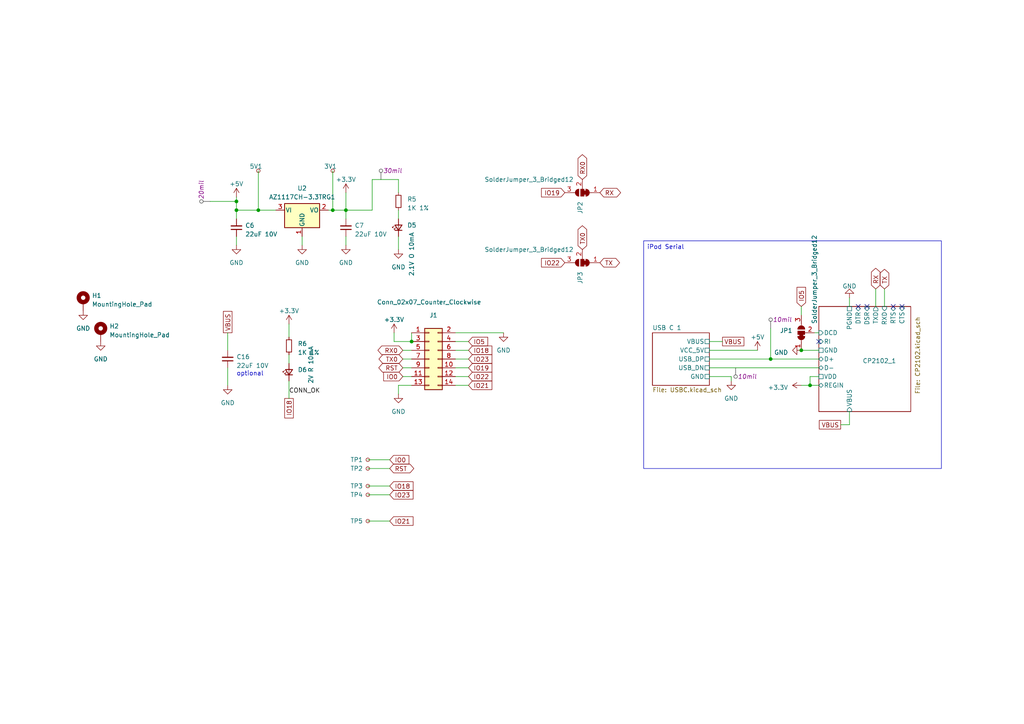
<source format=kicad_sch>
(kicad_sch (version 20230121) (generator eeschema)
  (paper "A4")
  (title_block (title "A1S Mini Board") (date "2025-03-01") (rev "0.2.0") (company "Martin Roger"))
  (lib_symbols
    (symbol "Connector:TestPoint_Small" (pin_numbers hide) (pin_names (offset 0.762) hide)
      (property "Reference" "TP" (at 0 3.81 0))
      (property "Value" "TestPoint_Small" (at 0 2.032 0))
      (symbol "TestPoint_Small_0_1"
        (circle (center 0 0) (radius 0.508))
      )
      (symbol "TestPoint_Small_1_1"
        (pin passive line (at 0 0 90) (length 0) (name "1") (number "1"))
      )
    )
    (symbol "Connector_Generic:Conn_02x07_Odd_Even" (pin_names (offset 1.016) hide)
      (property "Reference" "J" (at 1.27 10.16 0))
      (property "Value" "Conn_02x07_Odd_Even" (at 1.27 -10.16 0))
      (symbol "Conn_02x07_Odd_Even_1_1"
        (rectangle (start -1.27 -7.493) (end 0 -7.747) (stroke (width 0.1524)))
        (rectangle (start -1.27 -4.953) (end 0 -5.207) (stroke (width 0.1524)))
        (rectangle (start -1.27 -2.413) (end 0 -2.667) (stroke (width 0.1524)))
        (rectangle (start -1.27 0.127) (end 0 -0.127) (stroke (width 0.1524)))
        (rectangle (start -1.27 2.667) (end 0 2.413) (stroke (width 0.1524)))
        (rectangle (start -1.27 5.207) (end 0 4.953) (stroke (width 0.1524)))
        (rectangle (start -1.27 7.747) (end 0 7.493) (stroke (width 0.1524)))
        (rectangle (start -1.27 8.89) (end 3.81 -8.89) (stroke (width 0.254)) (fill (type background)))
        (rectangle (start 3.81 -7.493) (end 2.54 -7.747) (stroke (width 0.1524)))
        (rectangle (start 3.81 -4.953) (end 2.54 -5.207) (stroke (width 0.1524)))
        (rectangle (start 3.81 -2.413) (end 2.54 -2.667) (stroke (width 0.1524)))
        (rectangle (start 3.81 0.127) (end 2.54 -0.127) (stroke (width 0.1524)))
        (rectangle (start 3.81 2.667) (end 2.54 2.413) (stroke (width 0.1524)))
        (rectangle (start 3.81 5.207) (end 2.54 4.953) (stroke (width 0.1524)))
        (rectangle (start 3.81 7.747) (end 2.54 7.493) (stroke (width 0.1524)))
        (pin passive line (at -5.08 7.62 0) (length 3.81) (name "Pin_1") (number "1"))
        (pin passive line (at 7.62 -2.54 180) (length 3.81) (name "Pin_10") (number "10"))
        (pin passive line (at -5.08 -5.08 0) (length 3.81) (name "Pin_11") (number "11"))
        (pin passive line (at 7.62 -5.08 180) (length 3.81) (name "Pin_12") (number "12"))
        (pin passive line (at -5.08 -7.62 0) (length 3.81) (name "Pin_13") (number "13"))
        (pin passive line (at 7.62 -7.62 180) (length 3.81) (name "Pin_14") (number "14"))
        (pin passive line (at 7.62 7.62 180) (length 3.81) (name "Pin_2") (number "2"))
        (pin passive line (at -5.08 5.08 0) (length 3.81) (name "Pin_3") (number "3"))
        (pin passive line (at 7.62 5.08 180) (length 3.81) (name "Pin_4") (number "4"))
        (pin passive line (at -5.08 2.54 0) (length 3.81) (name "Pin_5") (number "5"))
        (pin passive line (at 7.62 2.54 180) (length 3.81) (name "Pin_6") (number "6"))
        (pin passive line (at -5.08 0 0) (length 3.81) (name "Pin_7") (number "7"))
        (pin passive line (at 7.62 0 180) (length 3.81) (name "Pin_8") (number "8"))
        (pin passive line (at -5.08 -2.54 0) (length 3.81) (name "Pin_9") (number "9"))
      )
    )
    (symbol "Device:C_Small" (pin_numbers hide) (pin_names (offset 0.254) hide)
      (property "Reference" "C" (at 0.254 1.778 0))
      (property "Value" "C_Small" (at 0.254 -2.032 0))
      (symbol "C_Small_0_1"
        (polyline (pts (xy -1.524 -0.508) (xy 1.524 -0.508)) (stroke (width 0.3302)))
        (polyline (pts (xy -1.524 0.508) (xy 1.524 0.508)) (stroke (width 0.3048)))
      )
      (symbol "C_Small_1_1"
        (pin passive line (at 0 2.54 270) (length 2.032) (name "~") (number "1"))
        (pin passive line (at 0 -2.54 90) (length 2.032) (name "~") (number "2"))
      )
    )
    (symbol "Device:LED_Small" (pin_numbers hide) (pin_names (offset 0.254) hide)
      (property "Reference" "D" (at -1.27 3.175 0))
      (property "Value" "LED_Small" (at -4.445 -2.54 0))
      (symbol "LED_Small_0_1"
        (polyline (pts (xy -0.762 -1.016) (xy -0.762 1.016)) (stroke (width 0.254)))
        (polyline (pts (xy 1.016 0) (xy -0.762 0)))
        (polyline (pts (xy 0.762 -1.016) (xy -0.762 0) (xy 0.762 1.016) (xy 0.762 -1.016)) (stroke (width 0.254)))
        (polyline (pts (xy 0 0.762) (xy -0.508 1.27) (xy -0.254 1.27) (xy -0.508 1.27) (xy -0.508 1.016)))
        (polyline (pts (xy 0.508 1.27) (xy 0 1.778) (xy 0.254 1.778) (xy 0 1.778) (xy 0 1.524)))
      )
      (symbol "LED_Small_1_1"
        (pin passive line (at -2.54 0 0) (length 1.778) (name "K") (number "1"))
        (pin passive line (at 2.54 0 180) (length 1.778) (name "A") (number "2"))
      )
    )
    (symbol "Device:R_Small" (pin_numbers hide) (pin_names (offset 0.254) hide)
      (property "Reference" "R" (at 0.762 0.508 0))
      (property "Value" "R_Small" (at 0.762 -1.016 0))
      (symbol "R_Small_0_1"
        (rectangle (start -0.762 1.778) (end 0.762 -1.778) (stroke (width 0.2032)))
      )
      (symbol "R_Small_1_1"
        (pin passive line (at 0 2.54 270) (length 0.762) (name "~") (number "1"))
        (pin passive line (at 0 -2.54 90) (length 0.762) (name "~") (number "2"))
      )
    )
    (symbol "Jumper:SolderJumper_3_Bridged12" (pin_names (offset 0) hide)
      (property "Reference" "JP" (at -2.54 -2.54 0))
      (property "Value" "SolderJumper_3_Bridged12" (at 0 2.794 0))
      (symbol "SolderJumper_3_Bridged12_0_1"
        (rectangle (start -1.016 0.508) (end -0.508 -0.508) (fill (type outline)))
        (arc (start -1.016 1.016) (mid -2.0276 0) (end -1.016 -1.016))
        (arc (start -1.016 1.016) (mid -2.0276 0) (end -1.016 -1.016) (fill (type outline)))
        (rectangle (start -0.508 1.016) (end 0.508 -1.016) (fill (type outline)))
        (polyline (pts (xy -2.54 0) (xy -2.032 0)))
        (polyline (pts (xy -1.016 1.016) (xy -1.016 -1.016)))
        (polyline (pts (xy 0 -1.27) (xy 0 -1.016)))
        (polyline (pts (xy 1.016 1.016) (xy 1.016 -1.016)))
        (polyline (pts (xy 2.54 0) (xy 2.032 0)))
        (arc (start 1.016 -1.016) (mid 2.0276 0) (end 1.016 1.016))
        (arc (start 1.016 -1.016) (mid 2.0276 0) (end 1.016 1.016) (fill (type outline)))
      )
      (symbol "SolderJumper_3_Bridged12_1_1"
        (pin passive line (at -5.08 0 0) (length 2.54) (name "A") (number "1"))
        (pin passive line (at 0 -3.81 90) (length 2.54) (name "C") (number "2"))
        (pin passive line (at 5.08 0 180) (length 2.54) (name "B") (number "3"))
      )
    )
    (symbol "Mechanical:MountingHole_Pad" (pin_numbers hide) (pin_names (offset 1.016) hide)
      (property "Reference" "H" (at 0 6.35 0))
      (property "Value" "MountingHole_Pad" (at 0 4.445 0))
      (symbol "MountingHole_Pad_0_1"
        (circle (center 0 1.27) (radius 1.27) (stroke (width 1.27)))
      )
      (symbol "MountingHole_Pad_1_1"
        (pin input line (at 0 -2.54 90) (length 2.54) (name "1") (number "1"))
      )
    )
    (symbol "Regulator_Linear:AZ1117-3.3" (pin_names (offset 0.254))
      (property "Reference" "U" (at -3.81 3.175 0))
      (property "Value" "AZ1117-3.3" (at 0 3.175 0))
      (symbol "AZ1117-3.3_0_1"
        (rectangle (start -5.08 1.905) (end 5.08 -5.08) (stroke (width 0.254)) (fill (type background)))
      )
      (symbol "AZ1117-3.3_1_1"
        (pin power_in line (at 0 -7.62 90) (length 2.54) (name "GND") (number "1"))
        (pin power_out line (at 7.62 0 180) (length 2.54) (name "VO") (number "2"))
        (pin power_in line (at -7.62 0 0) (length 2.54) (name "VI") (number "3"))
      )
    )
    (symbol "power:+3.3V" (power) (pin_names (offset 0))
      (property "Value" "+3.3V" (at 0 3.556 0))
      (symbol "+3.3V_0_1"
        (polyline (pts (xy -0.762 1.27) (xy 0 2.54)))
        (polyline (pts (xy 0 0) (xy 0 2.54)))
        (polyline (pts (xy 0 2.54) (xy 0.762 1.27)))
      )
      (symbol "+3.3V_1_1"
        (pin power_in line (at 0 0 90) (length 0) hide (name "+3.3V") (number "1"))
      )
    )
    (symbol "power:+5V" (power) (pin_names (offset 0))
      (property "Value" "+5V" (at 0 3.556 0))
      (symbol "+5V_0_1"
        (polyline (pts (xy -0.762 1.27) (xy 0 2.54)))
        (polyline (pts (xy 0 0) (xy 0 2.54)))
        (polyline (pts (xy 0 2.54) (xy 0.762 1.27)))
      )
      (symbol "+5V_1_1"
        (pin power_in line (at 0 0 90) (length 0) hide (name "+5V") (number "1"))
      )
    )
    (symbol "power:GND" (power) (pin_names (offset 0))
      (property "Value" "GND" (at 0 -3.81 0))
      (symbol "GND_0_1"
        (polyline (pts (xy 0 0) (xy 0 -1.27) (xy 1.27 -1.27) (xy 0 -2.54) (xy -1.27 -1.27) (xy 0 -1.27)))
      )
      (symbol "GND_1_1"
        (pin power_in line (at 0 0 270) (length 0) hide (name "GND") (number "1"))
      )
    )
  )
  (junction (at 223.52 104.14))
  (junction (at 96.52 60.96))
  (junction (at 74.93 60.96))
  (junction (at 100.33 60.96))
  (junction (at 68.58 58.42))
  (junction (at 119.38 99.06))
  (junction (at 68.58 60.96))
  (junction (at 234.95 111.76))
  (junction (at 232.41 101.6))
  (no_connect (at 251.46 88.9))
  (no_connect (at 248.92 88.9))
  (no_connect (at 261.62 88.9))
  (no_connect (at 237.49 99.06))
  (no_connect (at 259.08 88.9))
  (wire (pts (xy 132.08 101.6) (xy 135.89 101.6)))
  (wire (pts (xy 96.52 60.96) (xy 100.33 60.96)))
  (wire (pts (xy 256.54 83.82) (xy 256.54 88.9)))
  (wire (pts (xy 132.08 106.68) (xy 135.89 106.68)))
  (wire (pts (xy 116.84 101.6) (xy 119.38 101.6)))
  (wire (pts (xy 205.74 109.22) (xy 212.09 109.22)))
  (wire (pts (xy 116.84 104.14) (xy 119.38 104.14)))
  (wire (pts (xy 212.09 109.22) (xy 212.09 110.49)))
  (wire (pts (xy 205.74 99.06) (xy 209.55 99.06)))
  (wire (pts (xy 83.82 93.98) (xy 83.82 97.79)))
  (wire (pts (xy 205.74 101.6) (xy 219.71 101.6)))
  (wire (pts (xy 83.82 110.49) (xy 83.82 115.57)))
  (wire (pts (xy 68.58 68.58) (xy 68.58 71.12)))
  (wire (pts (xy 100.33 60.96) (xy 100.33 63.5)))
  (wire (pts (xy 107.95 52.07) (xy 107.95 60.96)))
  (wire (pts (xy 254 83.82) (xy 254 88.9)))
  (wire (pts (xy 106.68 143.51) (xy 113.03 143.51)))
  (wire (pts (xy 107.95 60.96) (xy 100.33 60.96)))
  (wire (pts (xy 66.04 106.68) (xy 66.04 111.76)))
  (wire (pts (xy 74.93 49.53) (xy 74.93 60.96)))
  (wire (pts (xy 232.41 111.76) (xy 234.95 111.76)))
  (wire (pts (xy 205.74 106.68) (xy 237.49 106.68)))
  (wire (pts (xy 83.82 102.87) (xy 83.82 105.41)))
  (wire (pts (xy 246.38 123.19) (xy 246.38 119.38)))
  (wire (pts (xy 60.96 58.42) (xy 68.58 58.42)))
  (wire (pts (xy 119.38 96.52) (xy 119.38 99.06)))
  (wire (pts (xy 234.95 111.76) (xy 237.49 111.76)))
  (wire (pts (xy 106.68 140.97) (xy 113.03 140.97)))
  (wire (pts (xy 205.74 104.14) (xy 223.52 104.14)))
  (wire (pts (xy 115.57 52.07) (xy 115.57 55.88)))
  (wire (pts (xy 68.58 57.15) (xy 68.58 58.42)))
  (wire (pts (xy 115.57 52.07) (xy 107.95 52.07)))
  (wire (pts (xy 237.49 101.6) (xy 232.41 101.6)))
  (wire (pts (xy 100.33 68.58) (xy 100.33 71.12)))
  (wire (pts (xy 106.68 133.35) (xy 113.03 133.35)))
  (wire (pts (xy 246.38 86.36) (xy 246.38 88.9)))
  (wire (pts (xy 115.57 60.96) (xy 115.57 63.5)))
  (wire (pts (xy 132.08 111.76) (xy 135.89 111.76)))
  (wire (pts (xy 95.25 60.96) (xy 96.52 60.96)))
  (wire (pts (xy 132.08 99.06) (xy 135.89 99.06)))
  (wire (pts (xy 243.84 123.19) (xy 246.38 123.19)))
  (wire (pts (xy 234.95 109.22) (xy 234.95 111.76)))
  (wire (pts (xy 66.04 96.52) (xy 66.04 101.6)))
  (wire (pts (xy 106.68 151.13) (xy 113.03 151.13)))
  (wire (pts (xy 115.57 111.76) (xy 115.57 114.3)))
  (wire (pts (xy 116.84 106.68) (xy 119.38 106.68)))
  (wire (pts (xy 100.33 55.88) (xy 100.33 60.96)))
  (wire (pts (xy 114.3 96.52) (xy 114.3 99.06)))
  (wire (pts (xy 237.49 109.22) (xy 234.95 109.22)))
  (wire (pts (xy 116.84 109.22) (xy 119.38 109.22)))
  (wire (pts (xy 106.68 135.89) (xy 113.03 135.89)))
  (wire (pts (xy 132.08 96.52) (xy 146.05 96.52)))
  (wire (pts (xy 119.38 111.76) (xy 115.57 111.76)))
  (wire (pts (xy 115.57 68.58) (xy 115.57 72.39)))
  (wire (pts (xy 223.52 104.14) (xy 237.49 104.14)))
  (wire (pts (xy 132.08 104.14) (xy 135.89 104.14)))
  (wire (pts (xy 87.63 68.58) (xy 87.63 71.12)))
  (wire (pts (xy 68.58 58.42) (xy 68.58 60.96)))
  (wire (pts (xy 132.08 109.22) (xy 135.89 109.22)))
  (wire (pts (xy 74.93 60.96) (xy 80.01 60.96)))
  (wire (pts (xy 114.3 99.06) (xy 119.38 99.06)))
  (wire (pts (xy 68.58 60.96) (xy 74.93 60.96)))
  (wire (pts (xy 232.41 88.9) (xy 232.41 91.44)))
  (wire (pts (xy 223.52 95.25) (xy 223.52 104.14)))
  (wire (pts (xy 68.58 60.96) (xy 68.58 63.5)))
  (wire (pts (xy 96.52 49.53) (xy 96.52 60.96)))
  (wire (pts (xy 236.22 96.52) (xy 237.49 96.52)))
  (text_box "iPod Serial" (at 186.69 69.85 0) (size 86.36 66.04) (effects (font (size 1.27 1.27)) (justify left top)))
  (text "optional" (at 68.58 109.22 0) (effects (font (size 1.27 1.27)) (justify left bottom)))
  (label "CONN_OK" (at 83.82 114.3 0))
  (global_label "IO21" (shape input) (at 113.03 151.13 0) (property "Intersheetrefs" "${INTERSHEET_REFS}" (effects hide)))
  (global_label "IO19" (shape input) (at 163.83 55.88 180) (property "Intersheetrefs" "${INTERSHEET_REFS}" (effects hide)))
  (global_label "IO0" (shape input) (at 116.84 109.22 180) (property "Intersheetrefs" "${INTERSHEET_REFS}" (effects hide)))
  (global_label "IO18" (shape input) (at 113.03 140.97 0) (property "Intersheetrefs" "${INTERSHEET_REFS}" (effects hide)))
  (global_label "VBUS" (shape passive) (at 209.55 99.06 0) (property "Intersheetrefs" "${INTERSHEET_REFS}" (effects hide)))
  (global_label "IO5" (shape input) (at 232.41 88.9 90) (property "Intersheetrefs" "${INTERSHEET_REFS}" (effects hide)))
  (global_label "RX" (shape bidirectional) (at 173.99 55.88 0) (property "Intersheetrefs" "${INTERSHEET_REFS}" (effects hide)))
  (global_label "IO23" (shape input) (at 135.89 104.14 0) (property "Intersheetrefs" "${INTERSHEET_REFS}" (effects hide)))
  (global_label "TX0" (shape bidirectional) (at 168.91 72.39 90) (property "Intersheetrefs" "${INTERSHEET_REFS}" (effects hide)))
  (global_label "TX0" (shape bidirectional) (at 116.84 104.14 180) (property "Intersheetrefs" "${INTERSHEET_REFS}" (effects hide)))
  (global_label "IO22" (shape input) (at 135.89 109.22 0) (property "Intersheetrefs" "${INTERSHEET_REFS}" (effects hide)))
  (global_label "RST" (shape bidirectional) (at 113.03 135.89 0) (property "Intersheetrefs" "${INTERSHEET_REFS}" (effects hide)))
  (global_label "IO0" (shape input) (at 113.03 133.35 0) (property "Intersheetrefs" "${INTERSHEET_REFS}" (effects hide)))
  (global_label "RX0" (shape bidirectional) (at 116.84 101.6 180) (property "Intersheetrefs" "${INTERSHEET_REFS}" (effects hide)))
  (global_label "IO5" (shape input) (at 135.89 99.06 0) (property "Intersheetrefs" "${INTERSHEET_REFS}" (effects hide)))
  (global_label "IO18" (shape passive) (at 83.82 115.57 270) (property "Intersheetrefs" "${INTERSHEET_REFS}" (effects hide)))
  (global_label "IO21" (shape input) (at 135.89 111.76 0) (property "Intersheetrefs" "${INTERSHEET_REFS}" (effects hide)))
  (global_label "RST" (shape bidirectional) (at 116.84 106.68 180) (property "Intersheetrefs" "${INTERSHEET_REFS}" (effects hide)))
  (global_label "RX0" (shape bidirectional) (at 168.91 52.07 90) (property "Intersheetrefs" "${INTERSHEET_REFS}" (effects hide)))
  (global_label "RX" (shape bidirectional) (at 254 83.82 90) (property "Intersheetrefs" "${INTERSHEET_REFS}" (effects hide)))
  (global_label "IO22" (shape input) (at 163.83 76.2 180) (property "Intersheetrefs" "${INTERSHEET_REFS}" (effects hide)))
  (global_label "IO19" (shape input) (at 135.89 106.68 0) (property "Intersheetrefs" "${INTERSHEET_REFS}" (effects hide)))
  (global_label "IO18" (shape input) (at 135.89 101.6 0) (property "Intersheetrefs" "${INTERSHEET_REFS}" (effects hide)))
  (global_label "VBUS" (shape passive) (at 243.84 123.19 180) (property "Intersheetrefs" "${INTERSHEET_REFS}" (effects hide)))
  (global_label "TX" (shape bidirectional) (at 173.99 76.2 0) (property "Intersheetrefs" "${INTERSHEET_REFS}" (effects hide)))
  (global_label "TX" (shape bidirectional) (at 256.54 83.82 90) (property "Intersheetrefs" "${INTERSHEET_REFS}" (effects hide)))
  (global_label "IO23" (shape input) (at 113.03 143.51 0) (property "Intersheetrefs" "${INTERSHEET_REFS}" (effects hide)))
  (global_label "VBUS" (shape passive) (at 66.04 96.52 90) (property "Intersheetrefs" "${INTERSHEET_REFS}" (effects hide)))
  (netclass_flag "" (length 2.54) (shape round) (at 213.36 106.68 180) (property "Netclass" "10mil" (at 213.9696 109.22 0) (effects (font italic) (justify left))))
  (netclass_flag "" (length 2.54) (shape round) (at 223.52 95.25 0) (property "Netclass" "10mil" (at 224.1296 92.71 0) (effects (font italic) (justify left))))
  (netclass_flag "" (length 2.54) (shape round) (at 60.96 58.42 90) (property "Netclass" "20mil" (at 58.42 57.8104 90) (effects (font italic) (justify left))))
  (netclass_flag "" (length 2.54) (shape round) (at 110.49 52.07 0) (property "Netclass" "30mil" (at 111.0996 49.53 0) (effects (font italic) (justify left))))
  (symbol (lib_id "Device:LED_Small") (at 83.82 107.95 90) (unit 1)
    (property "Reference" "D6" (at 86.36 107.2515 90) (effects (justify right)))
    (property "Value" "2V R 10mA" (at 90.17 100.33 0) (effects (justify right)))
    (property "Footprint" "LED_SMD:LED_0603_1608Metric" (effects hide))
    (property "Datasheet" "https://mm.digikey.com/Volume0/opasdata/d220001/medias/docus/911/LTST-C190EKT.pdf" (effects hide))
    (property "Description" "LED RED CLEAR CHIP SMD" (effects hide))
    (property "Manufacturer_Name" "Lite-On Inc." (effects hide))
    (property "Manufacturer_Part_Number" "LTST-C190EKT" (effects hide))
    (property "Type" "SMD" (effects hide))
  )
  (symbol (lib_id "Regulator_Linear:AZ1117-3.3") (at 87.63 60.96 0) (unit 1)
    (property "Reference" "U2" (at 87.63 54.61 0))
    (property "Value" "AZ1117CH-3.3TRG1" (at 87.63 57.15 0))
    (property "Footprint" "Package_TO_SOT_SMD:SOT-223-3_TabPin2" (effects hide))
    (property "Datasheet" "https://www.diodes.com/assets/Datasheets/AZ1117C.pdf" (effects hide))
    (property "Description" "IC REG LINEAR 3.3V 1A SOT-223-3" (effects hide))
    (property "Manufacturer_Name" "Diodes Incorporated" (effects hide))
    (property "Manufacturer_Part_Number" "AZ1117CH-3.3TRG1" (effects hide))
    (property "Type" "SMD" (effects hide))
  )
  (symbol (lib_id "Device:C_Small") (at 66.04 104.14 180) (unit 1)
    (property "Reference" "C16" (at 68.58 103.4986 0) (effects (justify right)))
    (property "Value" "22uF 10V" (at 68.58 106.0386 0) (effects (justify right)))
    (property "Footprint" "Capacitor_SMD:C_0805_2012Metric" (effects hide))
    (property "Datasheet" "https://www.yageo.com/upload/media/product/app/datasheet/mlcc/upy-gphc_x5r_4v-to-50v.pdf" (effects hide))
    (property "Description" "CAP CER 22UF 10V X5R 0805" (effects hide))
    (property "Manufacturer_Name" "YAGEO" (effects hide))
    (property "Manufacturer_Part_Number" "CC0805MKX5R6BB226" (effects hide))
    (property "Type" "SMD" (effects hide))
  )
  (symbol (lib_id "power:+5V") (at 68.58 57.15 0) (unit 1)
    (property "Reference" "#PWR030" (effects hide))
    (property "Value" "+5V" (at 68.58 53.34 0))
  )
  (symbol (lib_id "Device:R_Small") (at 83.82 100.33 0) (unit 1)
    (property "Reference" "R6" (at 86.36 99.695 0) (effects (justify left)))
    (property "Value" "1K 1%" (at 86.36 102.235 0) (effects (justify left)))
    (property "Footprint" "Resistor_SMD:R_0603_1608Metric" (effects hide))
    (property "Datasheet" "https://www.yageo.com/upload/media/product/products/datasheet/rchip/PYu-RC_Group_51_RoHS_L_12.pdf" (effects hide))
    (property "Description" "RES 1K OHM 1% 1/10W 0603" (effects hide))
    (property "Manufacturer_Name" "YAGEO" (effects hide))
    (property "Manufacturer_Part_Number" "RC0603FR-071KL" (effects hide))
    (property "Type" "SMD" (effects hide))
  )
  (symbol (lib_id "Mechanical:MountingHole_Pad") (at 24.13 87.63 0) (unit 1) (in_bom no)
    (property "Reference" "H1" (at 26.67 85.725 0) (effects (justify left)))
    (property "Value" "MountingHole_Pad" (at 26.67 88.265 0) (effects (justify left)))
    (property "Footprint" "MountingHole:MountingHole_3.2mm_M3_Pad_TopBottom" (effects hide))
    (property "Type" "DNS" (effects hide))
  )
  (symbol (lib_id "power:GND") (at 87.63 71.12 0) (unit 1)
    (property "Reference" "#PWR034" (effects hide))
    (property "Value" "GND" (at 87.63 76.2 0))
  )
  (symbol (lib_id "power:+5V") (at 219.71 101.6 0) (unit 1)
    (property "Reference" "#PWR029" (effects hide))
    (property "Value" "+5V" (at 219.71 97.79 0))
  )
  (symbol (lib_id "Device:C_Small") (at 100.33 66.04 180) (unit 1)
    (property "Reference" "C7" (at 102.87 65.3986 0) (effects (justify right)))
    (property "Value" "22uF 10V" (at 102.87 67.9386 0) (effects (justify right)))
    (property "Footprint" "Capacitor_SMD:C_0805_2012Metric" (effects hide))
    (property "Datasheet" "https://www.yageo.com/upload/media/product/app/datasheet/mlcc/upy-gphc_x5r_4v-to-50v.pdf" (effects hide))
    (property "Description" "CAP CER 22UF 10V X5R 0805" (effects hide))
    (property "Manufacturer_Name" "YAGEO" (effects hide))
    (property "Manufacturer_Part_Number" "CC0805MKX5R6BB226" (effects hide))
    (property "Type" "SMD" (effects hide))
  )
  (symbol (lib_id "power:+3.3V") (at 232.41 111.76 90) (unit 1)
    (property "Reference" "#PWR033" (effects hide))
    (property "Value" "+3.3V" (at 228.6 112.395 90) (effects (justify left)))
  )
  (symbol (lib_id "Mechanical:MountingHole_Pad") (at 29.21 96.52 0) (unit 1) (in_bom no)
    (property "Reference" "H2" (at 31.75 94.615 0) (effects (justify left)))
    (property "Value" "MountingHole_Pad" (at 31.75 97.155 0) (effects (justify left)))
    (property "Footprint" "MountingHole:MountingHole_3.2mm_M3_Pad_TopBottom" (effects hide))
    (property "Type" "DNS" (effects hide))
  )
  (symbol (lib_id "Jumper:SolderJumper_3_Bridged12") (at 168.91 76.2 180) (unit 1) (in_bom no)
    (property "Reference" "JP3" (at 168.275 78.74 90) (effects (justify left)))
    (property "Value" "SolderJumper_3_Bridged12" (at 166.37 72.39 0) (effects (justify left)))
    (property "Footprint" "Jumper:SolderJumper-3_P1.3mm_Bridged12_RoundedPad1.0x1.5mm" (effects hide))
    (property "Type" "DNS" (effects hide))
  )
  (symbol (lib_id "Connector_Generic:Conn_02x07_Odd_Even") (at 124.46 104.14 0) (unit 1)
    (property "Reference" "J1" (at 125.73 91.44 0))
    (property "Value" "Conn_02x07_Counter_Clockwise" (at 124.46 87.63 0))
    (property "Footprint" "Connector_PinSocket_2.54mm:PinSocket_2x07_P2.54mm_Vertical" (effects hide))
  )
  (symbol (lib_id "Connector:TestPoint_Small") (at 106.68 140.97 270) (unit 1) (in_bom no)
    (property "Reference" "TP3" (at 101.6 140.97 90) (effects (justify left)))
    (property "Value" "TestPoint_Small" (effects hide))
    (property "Footprint" "TestPoint:TestPoint_Pad_D1.0mm" (effects hide))
    (property "Type" "DNS" (effects hide))
  )
  (symbol (lib_id "Connector:TestPoint_Small") (at 106.68 143.51 270) (unit 1) (in_bom no)
    (property "Reference" "TP4" (at 101.6 143.51 90) (effects (justify left)))
    (property "Value" "TestPoint_Small" (effects hide))
    (property "Footprint" "TestPoint:TestPoint_Pad_D1.0mm" (effects hide))
    (property "Type" "DNS" (effects hide))
  )
  (symbol (lib_id "power:+3.3V") (at 114.3 96.52 0) (unit 1)
    (property "Reference" "#PWR02" (effects hide))
    (property "Value" "+3.3V" (at 114.3 92.71 0))
  )
  (symbol (lib_id "power:GND") (at 100.33 71.12 0) (unit 1)
    (property "Reference" "#PWR036" (effects hide))
    (property "Value" "GND" (at 100.33 76.2 0))
  )
  (symbol (lib_id "power:GND") (at 24.13 90.17 0) (unit 1)
    (property "Reference" "#PWR05" (effects hide))
    (property "Value" "GND" (at 24.13 95.25 0))
  )
  (symbol (lib_id "Connector:TestPoint_Small") (at 106.68 135.89 270) (unit 1) (in_bom no)
    (property "Reference" "TP2" (at 101.6 135.89 90) (effects (justify left)))
    (property "Value" "TestPoint_Small" (effects hide))
    (property "Footprint" "TestPoint:TestPoint_Pad_D1.0mm" (effects hide))
    (property "Type" "DNS" (effects hide))
  )
  (symbol (lib_id "Device:LED_Small") (at 115.57 66.04 90) (unit 1)
    (property "Reference" "D5" (at 118.11 65.3415 90) (effects (justify right)))
    (property "Value" "2.1V O 10mA" (at 119.38 67.31 0) (effects (justify right)))
    (property "Footprint" "LED_SMD:LED_0603_1608Metric" (effects hide))
    (property "Datasheet" "https://mm.digikey.com/Volume0/opasdata/d220001/medias/docus/1139/LTST-C190AKT.pdf" (effects hide))
    (property "Description" "LED ORANGE CLEAR CHIP SMD" (effects hide))
    (property "Manufacturer_Name" "Lite-On Inc." (effects hide))
    (property "Manufacturer_Part_Number" "LTST-C190AKT" (effects hide))
    (property "Type" "SMD" (effects hide))
  )
  (symbol (lib_id "Connector:TestPoint_Small") (at 74.93 49.53 270) (unit 1) (in_bom no)
    (property "Reference" "5V1" (at 72.39 48.26 90) (effects (justify left)))
    (property "Value" "TestPoint_Small" (effects hide))
    (property "Footprint" "TestPoint:TestPoint_Pad_D1.0mm" (effects hide))
    (property "Type" "DNS" (effects hide))
  )
  (symbol (lib_id "power:GND") (at 115.57 114.3 0) (unit 1)
    (property "Reference" "#PWR03" (effects hide))
    (property "Value" "GND" (at 115.57 119.38 0))
  )
  (symbol (lib_id "power:GND") (at 246.38 86.36 180) (unit 1)
    (property "Reference" "#PWR049" (effects hide))
    (property "Value" "GND" (at 246.38 83.003 0))
  )
  (symbol (lib_id "power:GND") (at 115.57 72.39 0) (unit 1)
    (property "Reference" "#PWR018" (effects hide))
    (property "Value" "GND" (at 115.57 77.47 0))
  )
  (symbol (lib_id "power:GND") (at 68.58 71.12 0) (unit 1)
    (property "Reference" "#PWR031" (effects hide))
    (property "Value" "GND" (at 68.58 76.2 0))
  )
  (symbol (lib_id "Jumper:SolderJumper_3_Bridged12") (at 232.41 96.52 90) (unit 1) (in_bom no)
    (property "Reference" "JP1" (at 229.87 95.885 90) (effects (justify left)))
    (property "Value" "SolderJumper_3_Bridged12" (at 236.22 93.98 0) (effects (justify left)))
    (property "Footprint" "Jumper:SolderJumper-3_P1.3mm_Bridged12_RoundedPad1.0x1.5mm" (effects hide))
    (property "Type" "DNS" (effects hide))
  )
  (symbol (lib_id "Jumper:SolderJumper_3_Bridged12") (at 168.91 55.88 180) (unit 1) (in_bom no)
    (property "Reference" "JP2" (at 168.275 58.42 90) (effects (justify left)))
    (property "Value" "SolderJumper_3_Bridged12" (at 166.37 52.07 0) (effects (justify left)))
    (property "Footprint" "Jumper:SolderJumper-3_P1.3mm_Bridged12_RoundedPad1.0x1.5mm" (effects hide))
    (property "Type" "DNS" (effects hide))
  )
  (symbol (lib_id "Device:C_Small") (at 68.58 66.04 180) (unit 1)
    (property "Reference" "C6" (at 71.12 65.3986 0) (effects (justify right)))
    (property "Value" "22uF 10V" (at 71.12 67.9386 0) (effects (justify right)))
    (property "Footprint" "Capacitor_SMD:C_0805_2012Metric" (effects hide))
    (property "Datasheet" "https://www.yageo.com/upload/media/product/app/datasheet/mlcc/upy-gphc_x5r_4v-to-50v.pdf" (effects hide))
    (property "Description" "CAP CER 22UF 10V X5R 0805" (effects hide))
    (property "Manufacturer_Name" "YAGEO" (effects hide))
    (property "Manufacturer_Part_Number" "CC0805MKX5R6BB226" (effects hide))
    (property "Type" "SMD" (effects hide))
  )
  (symbol (lib_id "Connector:TestPoint_Small") (at 96.52 49.53 270) (unit 1) (in_bom no)
    (property "Reference" "3V1" (at 93.98 48.26 90) (effects (justify left)))
    (property "Value" "TestPoint_Small" (effects hide))
    (property "Footprint" "TestPoint:TestPoint_Pad_D1.0mm" (effects hide))
    (property "Type" "DNS" (effects hide))
  )
  (symbol (lib_id "power:GND") (at 66.04 111.76 0) (unit 1)
    (property "Reference" "#PWR052" (effects hide))
    (property "Value" "GND" (at 66.04 116.84 0))
  )
  (symbol (lib_id "power:GND") (at 212.09 110.49 0) (unit 1)
    (property "Reference" "#PWR028" (effects hide))
    (property "Value" "GND" (at 212.09 115.57 0))
  )
  (symbol (lib_id "power:+3.3V") (at 100.33 55.88 0) (unit 1)
    (property "Reference" "#PWR035" (effects hide))
    (property "Value" "+3.3V" (at 100.33 52.07 0))
  )
  (symbol (lib_id "power:GND") (at 146.05 96.52 0) (unit 1)
    (property "Reference" "#PWR04" (effects hide))
    (property "Value" "GND" (at 146.05 101.6 0))
  )
  (symbol (lib_id "Connector:TestPoint_Small") (at 106.68 133.35 270) (unit 1) (in_bom no)
    (property "Reference" "TP1" (at 101.6 133.35 90) (effects (justify left)))
    (property "Value" "TestPoint_Small" (effects hide))
    (property "Footprint" "TestPoint:TestPoint_Pad_D1.0mm" (effects hide))
    (property "Type" "DNS" (effects hide))
  )
  (symbol (lib_id "Device:R_Small") (at 115.57 58.42 0) (unit 1)
    (property "Reference" "R5" (at 118.11 57.785 0) (effects (justify left)))
    (property "Value" "1K 1%" (at 118.11 60.325 0) (effects (justify left)))
    (property "Footprint" "Resistor_SMD:R_0603_1608Metric" (effects hide))
    (property "Datasheet" "https://www.yageo.com/upload/media/product/products/datasheet/rchip/PYu-RC_Group_51_RoHS_L_12.pdf" (effects hide))
    (property "Description" "RES 1K OHM 1% 1/10W 0603" (effects hide))
    (property "Manufacturer_Name" "YAGEO" (effects hide))
    (property "Manufacturer_Part_Number" "RC0603FR-071KL" (effects hide))
    (property "Type" "SMD" (effects hide))
  )
  (symbol (lib_id "power:+3.3V") (at 83.82 93.98 0) (unit 1)
    (property "Reference" "#PWR021" (effects hide))
    (property "Value" "+3.3V" (at 83.82 90.17 0))
  )
  (symbol (lib_id "power:GND") (at 232.41 101.6 270) (unit 1)
    (property "Reference" "#PWR032" (effects hide))
    (property "Value" "GND" (at 228.6 102.235 90) (effects (justify right)))
  )
  (symbol (lib_id "power:GND") (at 29.21 99.06 0) (unit 1)
    (property "Reference" "#PWR08" (effects hide))
    (property "Value" "GND" (at 29.21 104.14 0))
  )
  (symbol (lib_id "Connector:TestPoint_Small") (at 106.68 151.13 270) (unit 1) (in_bom no)
    (property "Reference" "TP5" (at 101.6 151.13 90) (effects (justify left)))
    (property "Value" "TestPoint_Small" (effects hide))
    (property "Footprint" "TestPoint:TestPoint_Pad_D1.0mm" (effects hide))
    (property "Type" "DNS" (effects hide))
  )
  (sheet (at 237.49 88.9) (size 26.67 30.48) (stroke (width 0.1524))
    (property "Sheetname" "CP2102_1" (at 250.19 105.41 0) (effects (justify left bottom)))
    (property "Sheetfile" "CP2102.kicad_sch" (at 265.43 114.3 90) (effects (justify left top)))
    (pin "GND" passive (at 237.49 101.6 180))
    (pin "D+" bidirectional (at 237.49 104.14 180))
    (pin "D-" bidirectional (at 237.49 106.68 180))
    (pin "VDD" passive (at 237.49 109.22 180))
    (pin "REGIN" bidirectional (at 237.49 111.76 180))
    (pin "DCD" input (at 237.49 96.52 180))
    (pin "RI" input (at 237.49 99.06 180))
    (pin "PGND" passive (at 246.38 88.9 90))
    (pin "DTR" bidirectional (at 248.92 88.9 90))
    (pin "DSR" input (at 251.46 88.9 90))
    (pin "TXD" output (at 254 88.9 90))
    (pin "RXD" input (at 256.54 88.9 90))
    (pin "RTS" bidirectional (at 259.08 88.9 90))
    (pin "CTS" input (at 261.62 88.9 90))
    (pin "VBUS" input (at 246.38 119.38 270))
  )
  (sheet (at 189.23 96.52) (size 16.51 15.24) (stroke (width 0.1524))
    (property "Sheetname" "USB C 1" (at 189.23 95.8084 0) (effects (justify left bottom)))
    (property "Sheetfile" "USBC.kicad_sch" (at 189.23 112.3446 0) (effects (justify left top)))
    (pin "GND" passive (at 205.74 109.22 0))
    (pin "VBUS" passive (at 205.74 99.06 0))
    (pin "USB_DP" passive (at 205.74 104.14 0))
    (pin "USB_DN" passive (at 205.74 106.68 0))
    (pin "VCC_5V" passive (at 205.74 101.6 0))
  )
)
</source>
